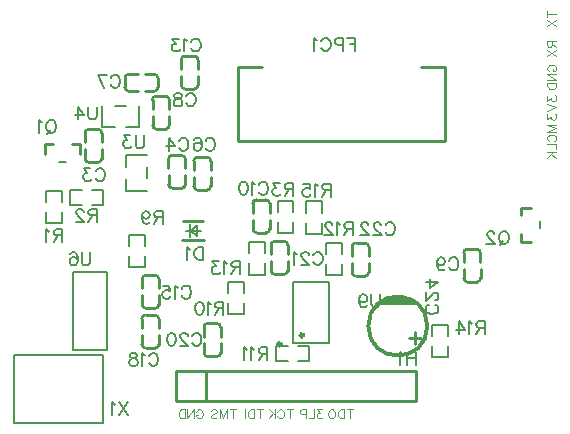
<source format=gbo>
G04 Layer: BottomSilkscreenLayer*
G04 Panelize: , Column: 1, Row: 1, Board Size: 1.85inch x 1.54inch, Panelized Board Size: 1.85inch x 1.54inch*
G04 EasyEDA v6.5.48, 2025-03-06 20:58:06*
G04 bc0108e7a25f4f9495a06a5a4f8deb47,84066bfdb5964fb78f634a0d0c1972bb,10*
G04 Gerber Generator version 0.2*
G04 Scale: 100 percent, Rotated: No, Reflected: No *
G04 Dimensions in inches *
G04 leading zeros omitted , absolute positions ,3 integer and 6 decimal *
%FSLAX36Y36*%
%MOIN*%

%ADD10C,0.0039*%
%ADD11C,0.0060*%
%ADD12C,0.0100*%
%ADD13C,0.0079*%
%ADD14C,0.0118*%
%ADD15C,0.0140*%

%LPD*%
D10*
X1805371Y1178523D02*
G01*
X1802509Y1179955D01*
X1799645Y1182818D01*
X1798213Y1185682D01*
X1798213Y1191408D01*
X1799645Y1194270D01*
X1802509Y1197134D01*
X1805371Y1198566D01*
X1809666Y1199998D01*
X1816824Y1199998D01*
X1821120Y1198566D01*
X1823982Y1197134D01*
X1826845Y1194270D01*
X1828278Y1191408D01*
X1828278Y1185682D01*
X1826845Y1182818D01*
X1823982Y1179955D01*
X1821120Y1178523D01*
X1816824Y1178523D01*
X1816824Y1185682D02*
G01*
X1816824Y1178523D01*
X1798213Y1169074D02*
G01*
X1828278Y1169074D01*
X1798213Y1169074D02*
G01*
X1828278Y1149032D01*
X1798213Y1149032D02*
G01*
X1828278Y1149032D01*
X1798213Y1139582D02*
G01*
X1828278Y1139582D01*
X1798213Y1139582D02*
G01*
X1798213Y1129560D01*
X1799645Y1125266D01*
X1802509Y1122402D01*
X1805371Y1120972D01*
X1809666Y1119540D01*
X1816824Y1119540D01*
X1821120Y1120972D01*
X1823982Y1122402D01*
X1826845Y1125266D01*
X1828278Y1129560D01*
X1828278Y1139582D01*
X1798213Y1279996D02*
G01*
X1828278Y1279996D01*
X1798213Y1279996D02*
G01*
X1798213Y1267112D01*
X1799645Y1262817D01*
X1801076Y1261386D01*
X1803940Y1259953D01*
X1806803Y1259953D01*
X1809666Y1261386D01*
X1811098Y1262817D01*
X1812529Y1267112D01*
X1812529Y1279996D01*
X1812529Y1269976D02*
G01*
X1828278Y1259953D01*
X1798213Y1250504D02*
G01*
X1828278Y1230462D01*
X1798213Y1230462D02*
G01*
X1828278Y1250504D01*
X1798213Y1369976D02*
G01*
X1828278Y1369976D01*
X1798213Y1379996D02*
G01*
X1798213Y1359953D01*
X1798213Y1350504D02*
G01*
X1828278Y1330462D01*
X1798213Y1330462D02*
G01*
X1828278Y1350504D01*
X1798213Y1097134D02*
G01*
X1798213Y1081386D01*
X1809666Y1089976D01*
X1809666Y1085682D01*
X1811098Y1082818D01*
X1812529Y1081386D01*
X1816824Y1079955D01*
X1819687Y1079955D01*
X1823982Y1081386D01*
X1826845Y1084250D01*
X1828278Y1088544D01*
X1828278Y1092840D01*
X1826845Y1097134D01*
X1825415Y1098566D01*
X1822551Y1099998D01*
X1798213Y1070506D02*
G01*
X1828278Y1059052D01*
X1798213Y1047600D02*
G01*
X1828278Y1059052D01*
X1798213Y1035288D02*
G01*
X1798213Y1019540D01*
X1809666Y1028130D01*
X1809666Y1023834D01*
X1811098Y1020972D01*
X1812529Y1019540D01*
X1816824Y1018108D01*
X1819687Y1018108D01*
X1823982Y1019540D01*
X1826845Y1022402D01*
X1828278Y1026698D01*
X1828278Y1030992D01*
X1826845Y1035288D01*
X1825415Y1036720D01*
X1822551Y1038150D01*
X1798213Y999998D02*
G01*
X1828278Y999998D01*
X1798213Y999998D02*
G01*
X1828278Y988544D01*
X1798213Y977091D02*
G01*
X1828278Y988544D01*
X1798213Y977091D02*
G01*
X1828278Y977091D01*
X1805371Y946167D02*
G01*
X1802509Y947600D01*
X1799645Y950462D01*
X1798213Y953326D01*
X1798213Y959052D01*
X1799645Y961916D01*
X1802509Y964780D01*
X1805371Y966210D01*
X1809666Y967642D01*
X1816824Y967642D01*
X1821120Y966210D01*
X1823982Y964780D01*
X1826845Y961916D01*
X1828278Y959052D01*
X1828278Y953326D01*
X1826845Y950462D01*
X1823982Y947600D01*
X1821120Y946167D01*
X1798213Y936720D02*
G01*
X1828278Y936720D01*
X1828278Y936720D02*
G01*
X1828278Y919540D01*
X1798213Y910091D02*
G01*
X1828278Y910091D01*
X1798213Y890048D02*
G01*
X1818257Y910091D01*
X1811098Y902932D02*
G01*
X1828278Y890048D01*
X628524Y44623D02*
G01*
X629956Y47487D01*
X632818Y50351D01*
X635682Y51781D01*
X641408Y51781D01*
X644272Y50351D01*
X647136Y47487D01*
X648566Y44623D01*
X649998Y40329D01*
X649998Y33171D01*
X648566Y28876D01*
X647136Y26012D01*
X644272Y23150D01*
X641408Y21718D01*
X635682Y21718D01*
X632818Y23150D01*
X629956Y26012D01*
X628524Y28876D01*
X628524Y33171D01*
X635682Y33171D02*
G01*
X628524Y33171D01*
X619076Y51781D02*
G01*
X619076Y21718D01*
X619076Y51781D02*
G01*
X599032Y21718D01*
X599032Y51781D02*
G01*
X599032Y21718D01*
X589583Y51781D02*
G01*
X589583Y21718D01*
X589583Y51781D02*
G01*
X579562Y51781D01*
X575268Y50351D01*
X572404Y47487D01*
X570972Y44623D01*
X569540Y40329D01*
X569540Y33171D01*
X570972Y28876D01*
X572404Y26012D01*
X575268Y23150D01*
X579562Y21718D01*
X589583Y21718D01*
X749976Y51781D02*
G01*
X749976Y21718D01*
X759998Y51781D02*
G01*
X739954Y51781D01*
X730506Y51781D02*
G01*
X730506Y21718D01*
X730506Y51781D02*
G01*
X719052Y21718D01*
X707600Y51781D02*
G01*
X719052Y21718D01*
X707600Y51781D02*
G01*
X707600Y21718D01*
X678108Y47487D02*
G01*
X680972Y50351D01*
X685266Y51781D01*
X690992Y51781D01*
X695288Y50351D01*
X698150Y47487D01*
X698150Y44623D01*
X696720Y41761D01*
X695288Y40329D01*
X692424Y38897D01*
X683834Y36033D01*
X680972Y34603D01*
X679540Y33171D01*
X678108Y30307D01*
X678108Y26012D01*
X680972Y23150D01*
X685266Y21718D01*
X690992Y21718D01*
X695288Y23150D01*
X698150Y26012D01*
X1047134Y51781D02*
G01*
X1031387Y51781D01*
X1039976Y40329D01*
X1035681Y40329D01*
X1032817Y38897D01*
X1031387Y37465D01*
X1029954Y33171D01*
X1029954Y30307D01*
X1031387Y26012D01*
X1034250Y23150D01*
X1038545Y21718D01*
X1042839Y21718D01*
X1047134Y23150D01*
X1048566Y24580D01*
X1049997Y27444D01*
X1020505Y51781D02*
G01*
X1020505Y21718D01*
X1020505Y21718D02*
G01*
X1003326Y21718D01*
X993878Y51781D02*
G01*
X993878Y21718D01*
X993878Y51781D02*
G01*
X980992Y51781D01*
X976697Y50351D01*
X975267Y48919D01*
X973834Y46055D01*
X973834Y41761D01*
X975267Y38897D01*
X976697Y37465D01*
X980992Y36033D01*
X993878Y36033D01*
X1139976Y51781D02*
G01*
X1139976Y21718D01*
X1149997Y51781D02*
G01*
X1129955Y51781D01*
X1120505Y51781D02*
G01*
X1120505Y21718D01*
X1120505Y51781D02*
G01*
X1110484Y51781D01*
X1106189Y50351D01*
X1103326Y47487D01*
X1101895Y44623D01*
X1100462Y40329D01*
X1100462Y33171D01*
X1101895Y28876D01*
X1103326Y26012D01*
X1106189Y23149D01*
X1110484Y21718D01*
X1120505Y21718D01*
X1082425Y51781D02*
G01*
X1085288Y50351D01*
X1088150Y47487D01*
X1089583Y44623D01*
X1091014Y40329D01*
X1091014Y33171D01*
X1089583Y28876D01*
X1088150Y26012D01*
X1085288Y23149D01*
X1082425Y21718D01*
X1076697Y21718D01*
X1073834Y23149D01*
X1070972Y26012D01*
X1069539Y28876D01*
X1068108Y33171D01*
X1068108Y40329D01*
X1069539Y44623D01*
X1070972Y47487D01*
X1073834Y50351D01*
X1076697Y51781D01*
X1082425Y51781D01*
X839976Y51781D02*
G01*
X839976Y21718D01*
X849997Y51781D02*
G01*
X829954Y51781D01*
X820505Y51781D02*
G01*
X820505Y21718D01*
X820505Y51781D02*
G01*
X810484Y51781D01*
X806189Y50351D01*
X803326Y47487D01*
X801895Y44623D01*
X800462Y40329D01*
X800462Y33171D01*
X801895Y28876D01*
X803326Y26012D01*
X806189Y23149D01*
X810484Y21718D01*
X820505Y21718D01*
X791014Y51781D02*
G01*
X791014Y21718D01*
X939976Y51781D02*
G01*
X939976Y21718D01*
X949997Y51781D02*
G01*
X929954Y51781D01*
X899031Y44623D02*
G01*
X900462Y47487D01*
X903326Y50351D01*
X906189Y51781D01*
X911916Y51781D01*
X914780Y50351D01*
X917642Y47487D01*
X919075Y44623D01*
X920505Y40329D01*
X920505Y33171D01*
X919075Y28876D01*
X917642Y26012D01*
X914780Y23149D01*
X911916Y21718D01*
X906189Y21718D01*
X903326Y23149D01*
X900462Y26012D01*
X899031Y28876D01*
X889583Y51781D02*
G01*
X889583Y21718D01*
X869539Y51781D02*
G01*
X889583Y31738D01*
X882425Y38897D02*
G01*
X869539Y21718D01*
D11*
X400000Y75399D02*
G01*
X371399Y32500D01*
X371399Y75399D02*
G01*
X400000Y32500D01*
X357899Y67199D02*
G01*
X353800Y69299D01*
X347600Y75399D01*
X347600Y32500D01*
X1158028Y1290189D02*
G01*
X1158028Y1247289D01*
X1158028Y1290189D02*
G01*
X1131428Y1290189D01*
X1158028Y1269789D02*
G01*
X1141629Y1269789D01*
X1117929Y1290189D02*
G01*
X1117929Y1247289D01*
X1117929Y1290189D02*
G01*
X1099529Y1290189D01*
X1093428Y1288189D01*
X1091328Y1286089D01*
X1089328Y1281990D01*
X1089328Y1275889D01*
X1091328Y1271790D01*
X1093428Y1269789D01*
X1099529Y1267689D01*
X1117929Y1267689D01*
X1045128Y1279989D02*
G01*
X1047129Y1284090D01*
X1051229Y1288189D01*
X1055329Y1290189D01*
X1063528Y1290189D01*
X1067628Y1288189D01*
X1071728Y1284090D01*
X1073729Y1279989D01*
X1075829Y1273789D01*
X1075829Y1263589D01*
X1073729Y1257489D01*
X1071728Y1253389D01*
X1067628Y1249290D01*
X1063528Y1247289D01*
X1055329Y1247289D01*
X1051229Y1249290D01*
X1047129Y1253389D01*
X1045128Y1257489D01*
X1031629Y1281990D02*
G01*
X1027529Y1284090D01*
X1021428Y1290189D01*
X1021428Y1247289D01*
X1658089Y646498D02*
G01*
X1662188Y644497D01*
X1666288Y640398D01*
X1668388Y636298D01*
X1670388Y630097D01*
X1670388Y619897D01*
X1668388Y613798D01*
X1666288Y609697D01*
X1662188Y605598D01*
X1658089Y603598D01*
X1649889Y603598D01*
X1645888Y605598D01*
X1641788Y609697D01*
X1639688Y613798D01*
X1637689Y619897D01*
X1637689Y630097D01*
X1639688Y636298D01*
X1641788Y640398D01*
X1645888Y644497D01*
X1649889Y646498D01*
X1658089Y646498D01*
X1651989Y611698D02*
G01*
X1639688Y599497D01*
X1622088Y636298D02*
G01*
X1622088Y638297D01*
X1620088Y642397D01*
X1617988Y644497D01*
X1613888Y646498D01*
X1605789Y646498D01*
X1601688Y644497D01*
X1599588Y642397D01*
X1597588Y638297D01*
X1597588Y634198D01*
X1599588Y630097D01*
X1603689Y623998D01*
X1624188Y603598D01*
X1595488Y603598D01*
X274587Y575419D02*
G01*
X274587Y544720D01*
X272588Y538620D01*
X268488Y534520D01*
X262287Y532519D01*
X258188Y532519D01*
X252087Y534520D01*
X247988Y538620D01*
X245988Y544720D01*
X245988Y575419D01*
X207887Y569319D02*
G01*
X209987Y573420D01*
X216087Y575419D01*
X220187Y575419D01*
X226287Y573420D01*
X230387Y567220D01*
X232487Y557020D01*
X232487Y546819D01*
X230387Y538620D01*
X226287Y534520D01*
X220187Y532519D01*
X218087Y532519D01*
X211988Y534520D01*
X207887Y538620D01*
X205887Y544720D01*
X205887Y546819D01*
X207887Y552919D01*
X211988Y557020D01*
X218087Y559020D01*
X220187Y559020D01*
X226287Y557020D01*
X230387Y552919D01*
X232487Y546819D01*
X470311Y229935D02*
G01*
X472411Y234034D01*
X476511Y238135D01*
X480511Y240135D01*
X488710Y240135D01*
X492811Y238135D01*
X496911Y234034D01*
X499011Y229935D01*
X501010Y223735D01*
X501010Y213535D01*
X499011Y207435D01*
X496911Y203335D01*
X492811Y199234D01*
X488710Y197235D01*
X480511Y197235D01*
X476511Y199234D01*
X472411Y203335D01*
X470311Y207435D01*
X456810Y231934D02*
G01*
X452710Y234034D01*
X446610Y240135D01*
X446610Y197235D01*
X422910Y240135D02*
G01*
X429011Y238135D01*
X431010Y234034D01*
X431010Y229935D01*
X429011Y225835D01*
X424911Y223735D01*
X416711Y221734D01*
X410610Y219735D01*
X406511Y215635D01*
X404511Y211534D01*
X404511Y205335D01*
X406511Y201235D01*
X408510Y199234D01*
X414711Y197235D01*
X422910Y197235D01*
X429011Y199234D01*
X431010Y201235D01*
X433110Y205335D01*
X433110Y211534D01*
X431010Y215635D01*
X427011Y219735D01*
X420810Y221734D01*
X412611Y223735D01*
X408510Y225835D01*
X406511Y229935D01*
X406511Y234034D01*
X408510Y238135D01*
X414711Y240135D01*
X422910Y240135D01*
X1470886Y548279D02*
G01*
X1472986Y552379D01*
X1477085Y556478D01*
X1481085Y558479D01*
X1489286Y558479D01*
X1493386Y556478D01*
X1497485Y552379D01*
X1499585Y548279D01*
X1501585Y542078D01*
X1501585Y531878D01*
X1499585Y525779D01*
X1497485Y521678D01*
X1493386Y517579D01*
X1489286Y515578D01*
X1481085Y515578D01*
X1477085Y517579D01*
X1472986Y521678D01*
X1470886Y525779D01*
X1430785Y544178D02*
G01*
X1432885Y538078D01*
X1436985Y533978D01*
X1443086Y531878D01*
X1445086Y531878D01*
X1451286Y533978D01*
X1455385Y538078D01*
X1457385Y544178D01*
X1457385Y546179D01*
X1455385Y552379D01*
X1451286Y556478D01*
X1445086Y558479D01*
X1443086Y558479D01*
X1436985Y556478D01*
X1432885Y552379D01*
X1430785Y544178D01*
X1430785Y533978D01*
X1432885Y523679D01*
X1436985Y517579D01*
X1443086Y515578D01*
X1447186Y515578D01*
X1453285Y517579D01*
X1455385Y521678D01*
X580255Y454360D02*
G01*
X582354Y458460D01*
X586455Y462559D01*
X590455Y464560D01*
X598654Y464560D01*
X602755Y462559D01*
X606855Y458460D01*
X608955Y454360D01*
X610954Y448159D01*
X610954Y437959D01*
X608955Y431860D01*
X606855Y427759D01*
X602755Y423659D01*
X598654Y421660D01*
X590455Y421660D01*
X586455Y423659D01*
X582354Y427759D01*
X580255Y431860D01*
X566754Y456359D02*
G01*
X562654Y458460D01*
X556554Y464560D01*
X556554Y421660D01*
X518454Y464560D02*
G01*
X538955Y464560D01*
X540954Y446159D01*
X538955Y448159D01*
X532854Y450259D01*
X526655Y450259D01*
X520554Y448159D01*
X516455Y444160D01*
X514454Y437959D01*
X514454Y433859D01*
X516455Y427759D01*
X520554Y423659D01*
X526655Y421660D01*
X532854Y421660D01*
X538955Y423659D01*
X540954Y425659D01*
X543054Y429760D01*
X516118Y712881D02*
G01*
X516118Y669980D01*
X516118Y712881D02*
G01*
X497719Y712881D01*
X491619Y710880D01*
X489519Y708780D01*
X487519Y704681D01*
X487519Y700581D01*
X489519Y696480D01*
X491619Y694481D01*
X497719Y692480D01*
X516118Y692480D01*
X501819Y692480D02*
G01*
X487519Y669980D01*
X447418Y698580D02*
G01*
X449418Y692480D01*
X453519Y688380D01*
X459618Y686280D01*
X461718Y686280D01*
X467818Y688380D01*
X471918Y692480D01*
X474018Y698580D01*
X474018Y700581D01*
X471918Y706781D01*
X467818Y710880D01*
X461718Y712881D01*
X459618Y712881D01*
X453519Y710880D01*
X449418Y706781D01*
X447418Y698580D01*
X447418Y688380D01*
X449418Y678081D01*
X453519Y671981D01*
X459618Y669980D01*
X463719Y669980D01*
X469918Y671981D01*
X471918Y676080D01*
X614690Y296404D02*
G01*
X616790Y300504D01*
X620891Y304605D01*
X624890Y306604D01*
X633090Y306604D01*
X637190Y304605D01*
X641291Y300504D01*
X643391Y296404D01*
X645390Y290205D01*
X645390Y280005D01*
X643391Y273904D01*
X641291Y269805D01*
X637190Y265704D01*
X633090Y263704D01*
X624890Y263704D01*
X620891Y265704D01*
X616790Y269805D01*
X614690Y273904D01*
X599191Y296404D02*
G01*
X599191Y298404D01*
X597091Y302505D01*
X595091Y304605D01*
X590990Y306604D01*
X582791Y306604D01*
X578690Y304605D01*
X576691Y302505D01*
X574591Y298404D01*
X574591Y294304D01*
X576691Y290205D01*
X580790Y284104D01*
X601190Y263704D01*
X572591Y263704D01*
X546790Y306604D02*
G01*
X552890Y304605D01*
X556990Y298404D01*
X559090Y288204D01*
X559090Y282105D01*
X556990Y271804D01*
X552890Y265704D01*
X546790Y263704D01*
X542690Y263704D01*
X536590Y265704D01*
X532491Y271804D01*
X530390Y282105D01*
X530390Y288204D01*
X532491Y298404D01*
X536590Y304605D01*
X542690Y306604D01*
X546790Y306604D01*
X1019062Y566718D02*
G01*
X1021162Y570817D01*
X1025263Y574917D01*
X1029263Y576918D01*
X1037462Y576918D01*
X1041562Y574917D01*
X1045663Y570817D01*
X1047763Y566718D01*
X1049763Y560518D01*
X1049763Y550318D01*
X1047763Y544218D01*
X1045663Y540118D01*
X1041562Y536017D01*
X1037462Y534018D01*
X1029263Y534018D01*
X1025263Y536017D01*
X1021162Y540118D01*
X1019062Y544218D01*
X1003563Y566718D02*
G01*
X1003563Y568717D01*
X1001463Y572818D01*
X999462Y574917D01*
X995362Y576918D01*
X987163Y576918D01*
X983063Y574917D01*
X981063Y572818D01*
X978963Y568717D01*
X978963Y564618D01*
X981063Y560518D01*
X985163Y554418D01*
X1005563Y534018D01*
X976962Y534018D01*
X963463Y568717D02*
G01*
X959363Y570817D01*
X953262Y576918D01*
X953262Y534018D01*
X1259300Y665194D02*
G01*
X1261400Y669295D01*
X1265501Y673395D01*
X1269501Y675394D01*
X1277700Y675394D01*
X1281800Y673395D01*
X1285901Y669295D01*
X1288001Y665194D01*
X1290001Y658994D01*
X1290001Y648795D01*
X1288001Y642694D01*
X1285901Y638595D01*
X1281800Y634495D01*
X1277700Y632494D01*
X1269501Y632494D01*
X1265501Y634495D01*
X1261400Y638595D01*
X1259300Y642694D01*
X1243801Y665194D02*
G01*
X1243801Y667195D01*
X1241701Y671295D01*
X1239700Y673395D01*
X1235600Y675394D01*
X1227400Y675394D01*
X1223301Y673395D01*
X1221301Y671295D01*
X1219201Y667195D01*
X1219201Y663094D01*
X1221301Y658994D01*
X1225401Y652894D01*
X1245801Y632494D01*
X1217200Y632494D01*
X1201601Y665194D02*
G01*
X1201601Y667195D01*
X1199601Y671295D01*
X1197501Y673395D01*
X1193500Y675394D01*
X1185300Y675394D01*
X1181201Y673395D01*
X1179101Y671295D01*
X1177101Y667195D01*
X1177101Y663094D01*
X1179101Y658994D01*
X1183200Y652894D01*
X1203701Y632494D01*
X1175001Y632494D01*
X718751Y410327D02*
G01*
X718751Y367427D01*
X718751Y410327D02*
G01*
X700351Y410327D01*
X694252Y408328D01*
X692152Y406228D01*
X690151Y402127D01*
X690151Y398027D01*
X692152Y393928D01*
X694252Y391927D01*
X700351Y389927D01*
X718751Y389927D01*
X704452Y389927D02*
G01*
X690151Y367427D01*
X676651Y402127D02*
G01*
X672552Y404227D01*
X666352Y410327D01*
X666352Y367427D01*
X640652Y410327D02*
G01*
X646752Y408328D01*
X650851Y402127D01*
X652851Y391927D01*
X652851Y385828D01*
X650851Y375527D01*
X646752Y369427D01*
X640652Y367427D01*
X636552Y367427D01*
X630351Y369427D01*
X626251Y375527D01*
X624252Y385828D01*
X624252Y391927D01*
X626251Y402127D01*
X630351Y408328D01*
X636552Y410327D01*
X640652Y410327D01*
X864411Y258735D02*
G01*
X864411Y215835D01*
X864411Y258735D02*
G01*
X846010Y258735D01*
X839911Y256734D01*
X837811Y254634D01*
X835811Y250534D01*
X835811Y246435D01*
X837811Y242334D01*
X839911Y240335D01*
X846010Y238335D01*
X864411Y238335D01*
X850110Y238335D02*
G01*
X835811Y215835D01*
X822310Y250534D02*
G01*
X818211Y252635D01*
X812011Y258735D01*
X812011Y215835D01*
X798510Y250534D02*
G01*
X794411Y252635D01*
X788311Y258735D01*
X788311Y215835D01*
X1150001Y675394D02*
G01*
X1150001Y632494D01*
X1150001Y675394D02*
G01*
X1131601Y675394D01*
X1125501Y673395D01*
X1123401Y671295D01*
X1121400Y667195D01*
X1121400Y663094D01*
X1123401Y658994D01*
X1125501Y656995D01*
X1131601Y654994D01*
X1150001Y654994D01*
X1135700Y654994D02*
G01*
X1121400Y632494D01*
X1107901Y667195D02*
G01*
X1103801Y669295D01*
X1097601Y675394D01*
X1097601Y632494D01*
X1082101Y665194D02*
G01*
X1082101Y667195D01*
X1080001Y671295D01*
X1078001Y673395D01*
X1073900Y675394D01*
X1065700Y675394D01*
X1061601Y673395D01*
X1059601Y671295D01*
X1057501Y667195D01*
X1057501Y663094D01*
X1059601Y658994D01*
X1063701Y652894D01*
X1084101Y632494D01*
X1055501Y632494D01*
X774095Y545747D02*
G01*
X774095Y502847D01*
X774095Y545747D02*
G01*
X755695Y545747D01*
X749596Y543746D01*
X747496Y541646D01*
X745495Y537546D01*
X745495Y533447D01*
X747496Y529346D01*
X749596Y527346D01*
X755695Y525347D01*
X774095Y525347D01*
X759796Y525347D02*
G01*
X745495Y502847D01*
X731995Y537546D02*
G01*
X727896Y539646D01*
X721696Y545747D01*
X721696Y502847D01*
X704095Y545747D02*
G01*
X681595Y545747D01*
X693895Y529346D01*
X687795Y529346D01*
X683695Y527346D01*
X681595Y525347D01*
X679596Y519146D01*
X679596Y515046D01*
X681595Y508946D01*
X685695Y504846D01*
X691896Y502847D01*
X697995Y502847D01*
X704095Y504846D01*
X706195Y506846D01*
X708195Y510947D01*
X1590002Y345394D02*
G01*
X1590002Y302494D01*
X1590002Y345394D02*
G01*
X1571602Y345394D01*
X1565502Y343395D01*
X1563402Y341295D01*
X1561403Y337195D01*
X1561403Y333094D01*
X1563402Y328994D01*
X1565502Y326995D01*
X1571602Y324994D01*
X1590002Y324994D01*
X1575703Y324994D02*
G01*
X1561403Y302494D01*
X1547902Y337195D02*
G01*
X1543802Y339295D01*
X1537602Y345394D01*
X1537602Y302494D01*
X1503702Y345394D02*
G01*
X1524102Y316795D01*
X1493503Y316795D01*
X1503702Y345394D02*
G01*
X1503702Y302494D01*
X1239996Y435396D02*
G01*
X1239996Y404697D01*
X1237996Y398596D01*
X1233896Y394497D01*
X1227695Y392496D01*
X1223595Y392496D01*
X1217496Y394497D01*
X1213396Y398596D01*
X1211396Y404697D01*
X1211396Y435396D01*
X1171296Y421096D02*
G01*
X1173296Y414996D01*
X1177395Y410896D01*
X1183495Y408796D01*
X1185595Y408796D01*
X1191696Y410896D01*
X1195796Y414996D01*
X1197896Y421096D01*
X1197896Y423096D01*
X1195796Y429297D01*
X1191696Y433396D01*
X1185595Y435396D01*
X1183495Y435396D01*
X1177395Y433396D01*
X1173296Y429297D01*
X1171296Y421096D01*
X1171296Y410896D01*
X1173296Y400596D01*
X1177395Y394497D01*
X1183495Y392496D01*
X1187596Y392496D01*
X1193796Y394497D01*
X1195796Y398596D01*
X650239Y593076D02*
G01*
X650239Y550176D01*
X650239Y593076D02*
G01*
X635938Y593076D01*
X629738Y591075D01*
X625738Y586975D01*
X623638Y582876D01*
X621639Y576676D01*
X621639Y566475D01*
X623638Y560376D01*
X625738Y556275D01*
X629738Y552175D01*
X635938Y550176D01*
X650239Y550176D01*
X608139Y584875D02*
G01*
X604038Y586975D01*
X597838Y593076D01*
X597838Y550176D01*
X148827Y1017527D02*
G01*
X152917Y1015482D01*
X157008Y1011390D01*
X159054Y1007300D01*
X161100Y1001163D01*
X161100Y990936D01*
X159054Y984800D01*
X157008Y980709D01*
X152917Y976617D01*
X148827Y974573D01*
X140644Y974573D01*
X136554Y976617D01*
X132463Y980709D01*
X130417Y984800D01*
X128373Y990936D01*
X128373Y1001163D01*
X130417Y1007300D01*
X132463Y1011390D01*
X136554Y1015482D01*
X140644Y1017527D01*
X148827Y1017527D01*
X142690Y982753D02*
G01*
X130417Y970482D01*
X114872Y1009344D02*
G01*
X110781Y1011390D01*
X104645Y1017527D01*
X104645Y974573D01*
X951961Y806214D02*
G01*
X951961Y763260D01*
X951961Y806214D02*
G01*
X933551Y806214D01*
X927416Y804169D01*
X925370Y802123D01*
X923325Y798031D01*
X923325Y793940D01*
X925370Y789850D01*
X927416Y787804D01*
X933551Y785760D01*
X951961Y785760D01*
X937642Y785760D02*
G01*
X923325Y763260D01*
X905734Y806214D02*
G01*
X883234Y806214D01*
X895505Y789850D01*
X889369Y789850D01*
X885279Y787804D01*
X883234Y785760D01*
X881188Y779623D01*
X881188Y775531D01*
X883234Y769396D01*
X887325Y765304D01*
X893460Y763260D01*
X899597Y763260D01*
X905734Y765304D01*
X907779Y767350D01*
X909825Y771440D01*
X292977Y845515D02*
G01*
X295077Y849614D01*
X299176Y853715D01*
X303177Y855715D01*
X311377Y855715D01*
X315477Y853715D01*
X319576Y849614D01*
X321676Y845515D01*
X323676Y839315D01*
X323676Y829115D01*
X321676Y823015D01*
X319576Y818915D01*
X315477Y814814D01*
X311377Y812815D01*
X303177Y812815D01*
X299176Y814814D01*
X295077Y818915D01*
X292977Y823015D01*
X275376Y855715D02*
G01*
X252876Y855715D01*
X265176Y839315D01*
X259077Y839315D01*
X254976Y837314D01*
X252876Y835315D01*
X250877Y829115D01*
X250877Y825014D01*
X252876Y818915D01*
X256977Y814814D01*
X263177Y812815D01*
X269277Y812815D01*
X275376Y814814D01*
X277476Y816815D01*
X279477Y820915D01*
X570509Y947136D02*
G01*
X572609Y951235D01*
X576709Y955336D01*
X580709Y957336D01*
X588908Y957336D01*
X593009Y955336D01*
X597109Y951235D01*
X599209Y947136D01*
X601208Y940936D01*
X601208Y930736D01*
X599209Y924636D01*
X597109Y920536D01*
X593009Y916435D01*
X588908Y914436D01*
X580709Y914436D01*
X576709Y916435D01*
X572609Y920536D01*
X570509Y924636D01*
X536608Y957336D02*
G01*
X557008Y928735D01*
X526309Y928735D01*
X536608Y957336D02*
G01*
X536608Y914436D01*
X659409Y947336D02*
G01*
X661509Y951435D01*
X665608Y955536D01*
X669609Y957536D01*
X677809Y957536D01*
X681909Y955536D01*
X686008Y951435D01*
X688108Y947336D01*
X690109Y941136D01*
X690109Y930936D01*
X688108Y924836D01*
X686008Y920736D01*
X681909Y916635D01*
X677809Y914636D01*
X669609Y914636D01*
X665608Y916635D01*
X661509Y920736D01*
X659409Y924836D01*
X621408Y951435D02*
G01*
X623409Y955536D01*
X629609Y957536D01*
X633609Y957536D01*
X639809Y955536D01*
X643908Y949335D01*
X645909Y939135D01*
X645909Y928935D01*
X643908Y920736D01*
X639809Y916635D01*
X633609Y914636D01*
X631608Y914636D01*
X625509Y916635D01*
X621408Y920736D01*
X619308Y926835D01*
X619308Y928935D01*
X621408Y935036D01*
X625509Y939135D01*
X631608Y941136D01*
X633609Y941136D01*
X639809Y939135D01*
X643908Y935036D01*
X645909Y928935D01*
X342878Y1157584D02*
G01*
X344978Y1161685D01*
X349077Y1165785D01*
X353078Y1167784D01*
X361278Y1167784D01*
X365378Y1165785D01*
X369477Y1161685D01*
X371577Y1157584D01*
X373578Y1151385D01*
X373578Y1141185D01*
X371577Y1135084D01*
X369477Y1130985D01*
X365378Y1126885D01*
X361278Y1124884D01*
X353078Y1124884D01*
X349077Y1126885D01*
X344978Y1130985D01*
X342878Y1135084D01*
X300778Y1167784D02*
G01*
X321177Y1124884D01*
X329378Y1167784D02*
G01*
X300778Y1167784D01*
X595515Y1095353D02*
G01*
X597615Y1099452D01*
X601716Y1103553D01*
X605716Y1105553D01*
X613915Y1105553D01*
X618015Y1103553D01*
X622116Y1099452D01*
X624216Y1095353D01*
X626215Y1089153D01*
X626215Y1078953D01*
X624216Y1072853D01*
X622116Y1068753D01*
X618015Y1064652D01*
X613915Y1062653D01*
X605716Y1062653D01*
X601716Y1064652D01*
X597615Y1068753D01*
X595515Y1072853D01*
X571815Y1105553D02*
G01*
X577916Y1103553D01*
X580016Y1099452D01*
X580016Y1095353D01*
X577916Y1091253D01*
X573816Y1089153D01*
X565716Y1087152D01*
X559515Y1085153D01*
X555416Y1081053D01*
X553416Y1076952D01*
X553416Y1070752D01*
X555416Y1066653D01*
X557516Y1064652D01*
X563616Y1062653D01*
X571815Y1062653D01*
X577916Y1064652D01*
X580016Y1066653D01*
X582015Y1070752D01*
X582015Y1076952D01*
X580016Y1081053D01*
X575916Y1085153D01*
X569715Y1087152D01*
X561615Y1089153D01*
X557516Y1091253D01*
X555416Y1095353D01*
X555416Y1099452D01*
X557516Y1103553D01*
X563616Y1105553D01*
X571815Y1105553D01*
X836760Y800437D02*
G01*
X838860Y804537D01*
X842960Y808638D01*
X846961Y810637D01*
X855160Y810637D01*
X859260Y808638D01*
X863361Y804537D01*
X865460Y800437D01*
X867461Y794238D01*
X867461Y784038D01*
X865460Y777937D01*
X863361Y773838D01*
X859260Y769738D01*
X855160Y767737D01*
X846961Y767737D01*
X842960Y769738D01*
X838860Y773838D01*
X836760Y777937D01*
X823261Y802438D02*
G01*
X819161Y804537D01*
X813060Y810637D01*
X813060Y767737D01*
X787260Y810637D02*
G01*
X793460Y808638D01*
X797461Y802438D01*
X799561Y792238D01*
X799561Y786138D01*
X797461Y775837D01*
X793460Y769738D01*
X787260Y767737D01*
X783161Y767737D01*
X777061Y769738D01*
X772960Y775837D01*
X770960Y786138D01*
X770960Y792238D01*
X772960Y802438D01*
X777061Y808638D01*
X783161Y810637D01*
X787260Y810637D01*
X612285Y1277721D02*
G01*
X614385Y1281822D01*
X618485Y1285922D01*
X622485Y1287921D01*
X630684Y1287921D01*
X634785Y1285922D01*
X638885Y1281822D01*
X640985Y1277721D01*
X642984Y1271522D01*
X642984Y1261322D01*
X640985Y1255221D01*
X638885Y1251122D01*
X634785Y1247022D01*
X630684Y1245021D01*
X622485Y1245021D01*
X618485Y1247022D01*
X614385Y1251122D01*
X612285Y1255221D01*
X598784Y1279722D02*
G01*
X594684Y1281822D01*
X588584Y1287921D01*
X588584Y1245021D01*
X570985Y1287921D02*
G01*
X548485Y1287921D01*
X560785Y1271522D01*
X554585Y1271522D01*
X550484Y1269522D01*
X548485Y1267521D01*
X546484Y1261322D01*
X546484Y1257222D01*
X548485Y1251122D01*
X552584Y1247022D01*
X558685Y1245021D01*
X564884Y1245021D01*
X570985Y1247022D01*
X572984Y1249022D01*
X575084Y1253121D01*
X181064Y652168D02*
G01*
X181064Y609268D01*
X181064Y652168D02*
G01*
X162663Y652168D01*
X156563Y650169D01*
X154463Y648069D01*
X152463Y643969D01*
X152463Y639868D01*
X154463Y635769D01*
X156563Y633769D01*
X162663Y631768D01*
X181064Y631768D01*
X166763Y631768D02*
G01*
X152463Y609268D01*
X138964Y643969D02*
G01*
X134863Y646069D01*
X128663Y652168D01*
X128663Y609268D01*
X296900Y719450D02*
G01*
X296900Y676550D01*
X296900Y719450D02*
G01*
X278499Y719450D01*
X272399Y717451D01*
X270300Y715351D01*
X268299Y711251D01*
X268299Y707150D01*
X270300Y703051D01*
X272399Y701051D01*
X278499Y699050D01*
X296900Y699050D01*
X282600Y699050D02*
G01*
X268299Y676550D01*
X252699Y709250D02*
G01*
X252699Y711251D01*
X250700Y715351D01*
X248600Y717451D01*
X244499Y719450D01*
X236399Y719450D01*
X232300Y717451D01*
X230199Y715351D01*
X228200Y711251D01*
X228200Y707150D01*
X230199Y703051D01*
X234299Y696950D01*
X254800Y676550D01*
X226100Y676550D01*
X1075910Y804535D02*
G01*
X1075910Y761635D01*
X1075910Y804535D02*
G01*
X1057511Y804535D01*
X1051410Y802534D01*
X1049310Y800435D01*
X1047310Y796334D01*
X1047310Y792235D01*
X1049310Y788135D01*
X1051410Y786134D01*
X1057511Y784135D01*
X1075910Y784135D01*
X1061611Y784135D02*
G01*
X1047310Y761635D01*
X1033810Y796334D02*
G01*
X1029710Y798434D01*
X1023510Y804535D01*
X1023510Y761635D01*
X985510Y804535D02*
G01*
X1005910Y804535D01*
X1008010Y786134D01*
X1005910Y788135D01*
X999810Y790234D01*
X993711Y790234D01*
X987511Y788135D01*
X983410Y784135D01*
X981410Y777935D01*
X981410Y773834D01*
X983410Y767734D01*
X987511Y763634D01*
X993711Y761635D01*
X999810Y761635D01*
X1005910Y763634D01*
X1008010Y765635D01*
X1010011Y769735D01*
X454571Y965189D02*
G01*
X454571Y934490D01*
X452570Y928389D01*
X448470Y924290D01*
X442271Y922289D01*
X438171Y922289D01*
X432071Y924290D01*
X427970Y928389D01*
X425970Y934490D01*
X425970Y965189D01*
X408371Y965189D02*
G01*
X385871Y965189D01*
X398070Y948789D01*
X391970Y948789D01*
X387871Y946790D01*
X385871Y944789D01*
X383771Y938589D01*
X383771Y934490D01*
X385871Y928389D01*
X389971Y924290D01*
X396071Y922289D01*
X402170Y922289D01*
X408371Y924290D01*
X410371Y926289D01*
X412471Y930390D01*
X297055Y1061363D02*
G01*
X297055Y1030664D01*
X295055Y1024564D01*
X290956Y1020464D01*
X284756Y1018463D01*
X280655Y1018463D01*
X274555Y1020464D01*
X270455Y1024564D01*
X268456Y1030664D01*
X268456Y1061363D01*
X234456Y1061363D02*
G01*
X254956Y1032764D01*
X224256Y1032764D01*
X234456Y1061363D02*
G01*
X234456Y1018463D01*
X1359288Y242759D02*
G01*
X1359288Y199859D01*
X1330689Y242759D02*
G01*
X1330689Y199859D01*
X1359288Y222359D02*
G01*
X1330689Y222359D01*
X1317188Y234560D02*
G01*
X1313089Y236660D01*
X1306889Y242759D01*
X1306889Y199859D01*
X1425200Y400700D02*
G01*
X1429300Y398600D01*
X1433400Y394499D01*
X1435399Y390500D01*
X1435399Y382300D01*
X1433400Y378200D01*
X1429300Y374099D01*
X1425200Y371999D01*
X1418999Y370000D01*
X1408800Y370000D01*
X1402700Y371999D01*
X1398599Y374099D01*
X1394499Y378200D01*
X1392500Y382300D01*
X1392500Y390500D01*
X1394499Y394499D01*
X1398599Y398600D01*
X1402700Y400700D01*
X1425200Y416199D02*
G01*
X1427200Y416199D01*
X1431300Y418299D01*
X1433400Y420300D01*
X1435399Y424400D01*
X1435399Y432600D01*
X1433400Y436700D01*
X1431300Y438699D01*
X1427200Y440799D01*
X1423100Y440799D01*
X1418999Y438699D01*
X1412899Y434600D01*
X1392500Y414200D01*
X1392500Y442800D01*
X1435399Y476799D02*
G01*
X1406800Y456300D01*
X1406800Y486999D01*
X1435399Y476799D02*
G01*
X1392500Y476799D01*
G36*
X1300000Y428420D02*
G01*
X1294620Y428260D01*
X1289259Y427780D01*
X1283940Y426980D01*
X1278680Y425860D01*
X1273500Y424420D01*
X1270940Y423600D01*
X1265900Y421700D01*
X1260980Y419520D01*
X1256200Y417040D01*
X1251580Y414280D01*
X1247140Y411240D01*
X1242880Y407939D01*
X1238840Y404400D01*
X1235000Y400640D01*
X1365000Y400640D01*
X1361160Y404400D01*
X1357120Y407939D01*
X1352860Y411240D01*
X1348420Y414280D01*
X1343800Y417040D01*
X1339019Y419520D01*
X1334100Y421700D01*
X1329060Y423600D01*
X1323920Y425180D01*
X1318700Y426460D01*
X1313400Y427420D01*
X1308060Y428060D01*
X1302700Y428380D01*
G37*
X317640Y233859D02*
G01*
X22359Y233859D01*
X22359Y7480D01*
X317640Y7480D01*
X317640Y233859D01*
D12*
X767220Y947132D02*
G01*
X1456208Y947159D01*
X1456208Y947159D02*
G01*
X1456196Y1193195D01*
X767220Y1193195D02*
G01*
X767220Y947132D01*
X1456196Y1193195D02*
G01*
X1377408Y1193159D01*
X846009Y1193159D02*
G01*
X767220Y1193195D01*
X1711966Y635428D02*
G01*
X1711966Y609448D01*
X1711966Y635428D01*
X1711966Y609448D01*
X1744056Y609448D01*
X1744056Y724409D02*
G01*
X1711966Y724409D01*
X1711966Y698427D01*
D13*
X1772986Y678737D02*
G01*
X1772986Y655118D01*
D11*
X331867Y249047D02*
G01*
X331867Y510952D01*
X216008Y510952D01*
X216008Y249047D01*
X331867Y249047D01*
D12*
X502791Y322500D02*
G01*
X502791Y353996D01*
X459097Y366194D02*
G01*
X490594Y366194D01*
X446900Y322500D02*
G01*
X446900Y353996D01*
X503020Y299827D02*
G01*
X503020Y268332D01*
X447130Y299827D02*
G01*
X447130Y268332D01*
X459326Y256134D02*
G01*
X490823Y256134D01*
X1575586Y543016D02*
G01*
X1575586Y574513D01*
X1531894Y586711D02*
G01*
X1563389Y586711D01*
X1519696Y543016D02*
G01*
X1519696Y574513D01*
X1575816Y520344D02*
G01*
X1575816Y488850D01*
X1519925Y520344D02*
G01*
X1519925Y488850D01*
X1532123Y476651D02*
G01*
X1563620Y476651D01*
X447831Y432770D02*
G01*
X447831Y401273D01*
X491523Y389076D02*
G01*
X460028Y389076D01*
X503721Y432770D02*
G01*
X503721Y401273D01*
X447600Y455443D02*
G01*
X447600Y486936D01*
X503492Y455443D02*
G01*
X503492Y486936D01*
X491295Y499135D02*
G01*
X459798Y499135D01*
D11*
X456008Y563220D02*
G01*
X456008Y525468D01*
X403991Y525468D01*
X403991Y563220D01*
X456008Y596779D02*
G01*
X456008Y634531D01*
X403991Y634531D01*
X403991Y596779D01*
D12*
X653631Y272170D02*
G01*
X653631Y240673D01*
X697323Y228476D02*
G01*
X665828Y228476D01*
X709522Y272170D02*
G01*
X709522Y240673D01*
X653400Y294843D02*
G01*
X653400Y326336D01*
X709292Y294843D02*
G01*
X709292Y326336D01*
X697094Y338535D02*
G01*
X665598Y338535D01*
X932890Y568600D02*
G01*
X932890Y600097D01*
X889197Y612294D02*
G01*
X920694Y612294D01*
X876999Y568600D02*
G01*
X876999Y600097D01*
X933121Y545927D02*
G01*
X933121Y514432D01*
X877229Y545927D02*
G01*
X877229Y514432D01*
X889426Y502235D02*
G01*
X920924Y502235D01*
X1203091Y562699D02*
G01*
X1203091Y594196D01*
X1159398Y606394D02*
G01*
X1190893Y606394D01*
X1147200Y562699D02*
G01*
X1147200Y594196D01*
X1203320Y540027D02*
G01*
X1203320Y508533D01*
X1147430Y540027D02*
G01*
X1147430Y508533D01*
X1159627Y496334D02*
G01*
X1191123Y496334D01*
D11*
X735003Y440014D02*
G01*
X735003Y477766D01*
X787019Y477766D01*
X787019Y440014D01*
X735003Y406455D02*
G01*
X735003Y368703D01*
X787019Y368703D01*
X787019Y406455D01*
X932631Y212327D02*
G01*
X894880Y212327D01*
X894880Y264342D01*
X932631Y264342D01*
X966190Y212327D02*
G01*
X1003941Y212327D01*
X1003941Y264342D01*
X966190Y264342D01*
X1061702Y570315D02*
G01*
X1061702Y608065D01*
X1113719Y608065D01*
X1113719Y570315D01*
X1061702Y536754D02*
G01*
X1061702Y499003D01*
X1113719Y499003D01*
X1113719Y536754D01*
X804903Y572314D02*
G01*
X804903Y610066D01*
X856918Y610066D01*
X856918Y572314D01*
X804903Y538755D02*
G01*
X804903Y501003D01*
X856918Y501003D01*
X856918Y538755D01*
X1466008Y263220D02*
G01*
X1466008Y225468D01*
X1413991Y225468D01*
X1413991Y263220D01*
X1466008Y296779D02*
G01*
X1466008Y334531D01*
X1413991Y334531D01*
X1413991Y296779D01*
X950513Y273209D02*
G01*
X1070308Y273209D01*
X1070308Y476060D01*
X950513Y476060D01*
X950513Y273209D01*
D12*
X581775Y616743D02*
G01*
X652642Y616743D01*
X582638Y679735D02*
G01*
X651779Y679735D01*
D13*
X612208Y648240D02*
G01*
X631208Y629239D01*
X631208Y667240D01*
X613209Y649239D01*
X608209Y625239D02*
G01*
X608209Y669239D01*
X593209Y648240D02*
G01*
X644209Y648240D01*
D12*
X150311Y936925D02*
G01*
X124331Y936925D01*
X150311Y936925D01*
X124331Y936925D01*
X124331Y904834D01*
X239292Y904834D02*
G01*
X239292Y936925D01*
X213310Y936925D01*
D13*
X193620Y875904D02*
G01*
X170001Y875904D01*
D11*
X899102Y710414D02*
G01*
X899102Y748166D01*
X951118Y748166D01*
X951118Y710414D01*
X899102Y676855D02*
G01*
X899102Y639104D01*
X951118Y639104D01*
X951118Y676855D01*
D12*
X312890Y941999D02*
G01*
X312890Y973497D01*
X269198Y985693D02*
G01*
X300693Y985693D01*
X256999Y941999D02*
G01*
X256999Y973497D01*
X313121Y919326D02*
G01*
X313121Y887833D01*
X257229Y919326D02*
G01*
X257229Y887833D01*
X269427Y875635D02*
G01*
X300924Y875635D01*
X535729Y832874D02*
G01*
X535729Y801377D01*
X579421Y789180D02*
G01*
X547926Y789180D01*
X591619Y832874D02*
G01*
X591619Y801377D01*
X535498Y855547D02*
G01*
X535498Y887042D01*
X591390Y855547D02*
G01*
X591390Y887042D01*
X579193Y899239D02*
G01*
X547696Y899239D01*
X620129Y826975D02*
G01*
X620129Y795477D01*
X663822Y783281D02*
G01*
X632325Y783281D01*
X676019Y826975D02*
G01*
X676019Y795477D01*
X619899Y849648D02*
G01*
X619899Y881141D01*
X675790Y849648D02*
G01*
X675790Y881141D01*
X663593Y893339D02*
G01*
X632096Y893339D01*
X433845Y1168515D02*
G01*
X402348Y1168515D01*
X390151Y1124821D02*
G01*
X390151Y1156318D01*
X433845Y1112624D02*
G01*
X402348Y1112624D01*
X456518Y1168744D02*
G01*
X488013Y1168744D01*
X456518Y1112854D02*
G01*
X488013Y1112854D01*
X500210Y1125050D02*
G01*
X500210Y1156547D01*
X538290Y1052800D02*
G01*
X538290Y1084297D01*
X494598Y1096493D02*
G01*
X526093Y1096493D01*
X482399Y1052800D02*
G01*
X482399Y1084297D01*
X538521Y1030127D02*
G01*
X538521Y998632D01*
X482629Y1030127D02*
G01*
X482629Y998632D01*
X494827Y986435D02*
G01*
X526323Y986435D01*
X872591Y707600D02*
G01*
X872591Y739097D01*
X828897Y751293D02*
G01*
X860393Y751293D01*
X816700Y707600D02*
G01*
X816700Y739097D01*
X872821Y684926D02*
G01*
X872821Y653433D01*
X816930Y684926D02*
G01*
X816930Y653433D01*
X829126Y641235D02*
G01*
X860623Y641235D01*
X633778Y1186588D02*
G01*
X633778Y1218085D01*
X590084Y1230282D02*
G01*
X621581Y1230282D01*
X577887Y1186588D02*
G01*
X577887Y1218085D01*
X634007Y1163915D02*
G01*
X634007Y1132420D01*
X578117Y1163915D02*
G01*
X578117Y1132420D01*
X590313Y1120223D02*
G01*
X621810Y1120223D01*
D11*
X128802Y743515D02*
G01*
X128802Y781266D01*
X180819Y781266D01*
X180819Y743515D01*
X128802Y709954D02*
G01*
X128802Y672204D01*
X180819Y672204D01*
X180819Y709954D01*
X245731Y731826D02*
G01*
X207979Y731826D01*
X207979Y783843D01*
X245731Y783843D01*
X279290Y731826D02*
G01*
X317042Y731826D01*
X317042Y783843D01*
X279290Y783843D01*
X994302Y708215D02*
G01*
X994302Y745965D01*
X1046319Y745965D01*
X1046319Y708215D01*
X994302Y674654D02*
G01*
X994302Y636903D01*
X1046319Y636903D01*
X1046319Y674654D01*
X462899Y780659D02*
G01*
X393908Y780659D01*
X393908Y821667D01*
X462899Y901619D02*
G01*
X393908Y901619D01*
X393908Y860612D01*
X462899Y823211D02*
G01*
X462899Y859068D01*
X435790Y1062826D02*
G01*
X435790Y993834D01*
X394783Y993834D01*
X314830Y1062826D02*
G01*
X314830Y993834D01*
X355839Y993834D01*
X393240Y1062826D02*
G01*
X357381Y1062826D01*
D12*
X1359998Y80000D02*
G01*
X1359998Y180000D01*
X560001Y180000D01*
X560001Y80000D01*
X1359998Y80000D01*
X660925Y80000D02*
G01*
X660925Y180000D01*
X1359049Y270309D02*
G01*
X1359049Y310309D01*
X1378739Y290630D02*
G01*
X1338739Y290630D01*
G75*
G01*
X459098Y366195D02*
G03*
X446900Y353997I0J-12198D01*
G75*
G01*
X502792Y353997D02*
G03*
X490594Y366195I-12198J0D01*
G75*
G01*
X447129Y268333D02*
G03*
X459327Y256135I12198J0D01*
G75*
G01*
X490823Y256135D02*
G03*
X503021Y268333I0J12198D01*
G75*
G01*
X1531894Y586712D02*
G03*
X1519696Y574514I0J-12198D01*
G75*
G01*
X1575588Y574514D02*
G03*
X1563390Y586712I-12198J0D01*
G75*
G01*
X1519925Y488850D02*
G03*
X1532123Y476652I12198J0D01*
G75*
G01*
X1563619Y476652D02*
G03*
X1575817Y488850I0J12198D01*
G75*
G01*
X491524Y389075D02*
G03*
X503722Y401273I0J12198D01*
G75*
G01*
X447830Y401273D02*
G03*
X460028Y389075I12198J0D01*
G75*
G01*
X503493Y486937D02*
G03*
X491295Y499135I-12198J0D01*
G75*
G01*
X459799Y499135D02*
G03*
X447601Y486937I0J-12198D01*
G75*
G01*
X697324Y228475D02*
G03*
X709522Y240673I0J12198D01*
G75*
G01*
X653630Y240673D02*
G03*
X665828Y228475I12198J0D01*
G75*
G01*
X709293Y326337D02*
G03*
X697095Y338535I-12198J0D01*
G75*
G01*
X665599Y338535D02*
G03*
X653401Y326337I0J-12198D01*
G75*
G01*
X889198Y612295D02*
G03*
X877000Y600097I0J-12198D01*
G75*
G01*
X932892Y600097D02*
G03*
X920694Y612295I-12198J0D01*
G75*
G01*
X877229Y514433D02*
G03*
X889427Y502235I12198J0D01*
G75*
G01*
X920923Y502235D02*
G03*
X933121Y514433I0J12198D01*
G75*
G01*
X1159398Y606395D02*
G03*
X1147200Y594197I0J-12198D01*
G75*
G01*
X1203092Y594197D02*
G03*
X1190894Y606395I-12198J0D01*
G75*
G01*
X1147429Y508533D02*
G03*
X1159627Y496335I12198J0D01*
G75*
G01*
X1191123Y496335D02*
G03*
X1203321Y508533I0J12198D01*
G75*
G01*
X269198Y985695D02*
G03*
X257000Y973497I0J-12198D01*
G75*
G01*
X312892Y973497D02*
G03*
X300694Y985695I-12198J0D01*
G75*
G01*
X257229Y887833D02*
G03*
X269427Y875635I12198J0D01*
G75*
G01*
X300923Y875635D02*
G03*
X313121Y887833I0J12198D01*
G75*
G01*
X579422Y789180D02*
G03*
X591620Y801378I0J12198D01*
G75*
G01*
X535728Y801378D02*
G03*
X547926Y789180I12198J0D01*
G75*
G01*
X591391Y887042D02*
G03*
X579193Y899240I-12198J0D01*
G75*
G01*
X547697Y899240D02*
G03*
X535499Y887042I0J-12198D01*
G75*
G01*
X663822Y783280D02*
G03*
X676020Y795478I0J12198D01*
G75*
G01*
X620128Y795478D02*
G03*
X632326Y783280I12198J0D01*
G75*
G01*
X675791Y881142D02*
G03*
X663593Y893340I-12198J0D01*
G75*
G01*
X632097Y893340D02*
G03*
X619899Y881142I0J-12198D01*
G75*
G01*
X390151Y1124822D02*
G03*
X402349Y1112624I12198J0D01*
G75*
G01*
X402349Y1168516D02*
G03*
X390151Y1156318I0J-12198D01*
G75*
G01*
X488013Y1112853D02*
G03*
X500211Y1125051I0J12198D01*
G75*
G01*
X500211Y1156547D02*
G03*
X488013Y1168745I-12198J0D01*
G75*
G01*
X494598Y1096495D02*
G03*
X482400Y1084297I0J-12198D01*
G75*
G01*
X538292Y1084297D02*
G03*
X526094Y1096495I-12198J0D01*
G75*
G01*
X482629Y998633D02*
G03*
X494827Y986435I12198J0D01*
G75*
G01*
X526323Y986435D02*
G03*
X538521Y998633I0J12198D01*
G75*
G01*
X828898Y751295D02*
G03*
X816700Y739097I0J-12198D01*
G75*
G01*
X872592Y739097D02*
G03*
X860394Y751295I-12198J0D01*
G75*
G01*
X816929Y653433D02*
G03*
X829127Y641235I12198J0D01*
G75*
G01*
X860623Y641235D02*
G03*
X872821Y653433I0J12198D01*
G75*
G01*
X590085Y1230283D02*
G03*
X577887Y1218085I0J-12198D01*
G75*
G01*
X633779Y1218085D02*
G03*
X621581Y1230283I-12198J0D01*
G75*
G01*
X578116Y1132421D02*
G03*
X590314Y1120223I12198J0D01*
G75*
G01*
X621810Y1120223D02*
G03*
X634008Y1132421I0J12198D01*
D14*
G75*
G01
X986040Y299640D02*
G03X986040Y299640I-5910J0D01*
G75*
G01
X910710Y269430D02*
G03X910710Y269430I-5910J0D01*
G75*
G01
X1398430Y330000D02*
G03X1398430Y330000I-98430J0D01*
M02*

</source>
